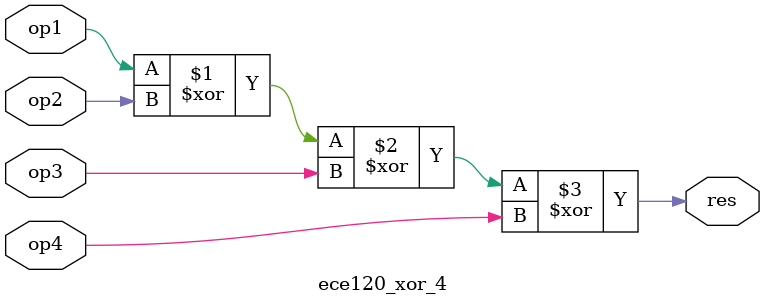
<source format=sv>
module ece120_xor_4(
    input logic op1, op2, op3, op4,
    output logic res
    );
    assign res = op1 ^ op2 ^ op3 ^ op4;
endmodule
</source>
